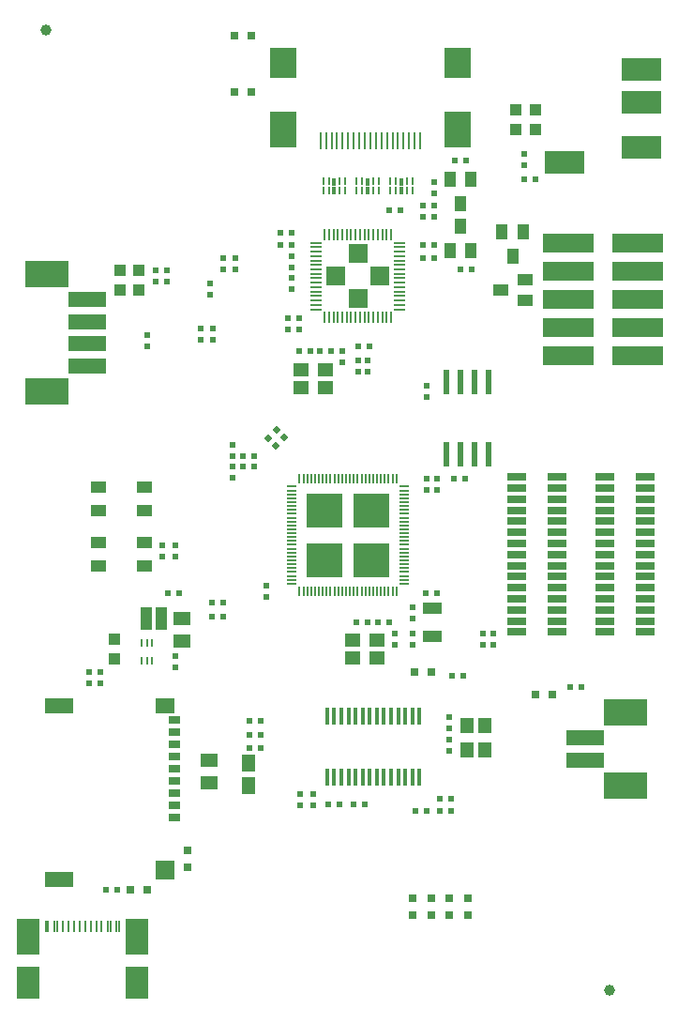
<source format=gbr>
%TF.GenerationSoftware,KiCad,Pcbnew,7.0.9-7.0.9~ubuntu22.04.1*%
%TF.CreationDate,2026-01-29T14:23:21+02:00*%
%TF.ProjectId,ESP32-P4-PC_Rev_B,45535033-322d-4503-942d-50435f526576,B*%
%TF.SameCoordinates,PX80befc0PY7459280*%
%TF.FileFunction,Paste,Top*%
%TF.FilePolarity,Positive*%
%FSLAX46Y46*%
G04 Gerber Fmt 4.6, Leading zero omitted, Abs format (unit mm)*
G04 Created by KiCad (PCBNEW 7.0.9-7.0.9~ubuntu22.04.1) date 2026-01-29 14:23:21*
%MOMM*%
%LPD*%
G01*
G04 APERTURE LIST*
G04 Aperture macros list*
%AMRotRect*
0 Rectangle, with rotation*
0 The origin of the aperture is its center*
0 $1 length*
0 $2 width*
0 $3 Rotation angle, in degrees counterclockwise*
0 Add horizontal line*
21,1,$1,$2,0,0,$3*%
%AMOutline4P*
0 Free polygon, 4 corners , with rotation*
0 The origin of the aperture is its center*
0 number of corners: always 4*
0 $1 to $8 corner X, Y*
0 $9 Rotation angle, in degrees counterclockwise*
0 create outline with 4 corners*
4,1,4,$1,$2,$3,$4,$5,$6,$7,$8,$1,$2,$9*%
G04 Aperture macros list end*
%ADD10R,0.280000X1.130000*%
%ADD11R,0.230000X1.130000*%
%ADD12R,1.100000X2.000000*%
%ADD13R,1.100000X2.200000*%
%ADD14R,2.100000X3.000000*%
%ADD15R,2.100000X3.200000*%
%ADD16R,0.550000X0.500000*%
%ADD17R,1.000000X1.400000*%
%ADD18R,0.500000X0.550000*%
%ADD19R,1.750000X0.740000*%
%ADD20R,2.400000X2.800000*%
%ADD21R,2.400000X3.200000*%
%ADD22R,0.230000X1.580000*%
%ADD23R,0.800000X0.800000*%
%ADD24R,1.400000X1.000000*%
%ADD25R,1.524000X1.270000*%
%ADD26R,1.016000X1.016000*%
%ADD27R,1.400000X1.200000*%
%ADD28Outline4P,-0.850000X-2.275000X0.850000X-2.275000X0.850000X2.275000X-0.850000X2.275000X270.000000*%
%ADD29R,1.800000X1.000000*%
%ADD30RotRect,0.500000X0.550000X315.000000*%
%ADD31RotRect,0.500000X0.550000X135.000000*%
%ADD32R,3.300000X3.100000*%
%ADD33R,0.850000X0.175000*%
%ADD34R,0.900000X0.175000*%
%ADD35R,0.175000X0.850000*%
%ADD36R,0.175000X0.900000*%
%ADD37R,0.200000X0.675000*%
%ADD38R,0.300000X0.775000*%
%ADD39R,0.320000X1.500000*%
%ADD40R,3.900000X2.400000*%
%ADD41R,3.400000X1.400000*%
%ADD42C,1.000000*%
%ADD43R,0.600000X2.200000*%
%ADD44R,0.230000X0.750000*%
%ADD45R,0.211000X1.000000*%
%ADD46R,1.000000X0.211000*%
%ADD47R,1.700000X1.700000*%
%ADD48R,1.200000X1.400000*%
%ADD49R,1.800000X1.800000*%
%ADD50R,1.800000X1.400000*%
%ADD51R,2.600000X1.400000*%
%ADD52R,1.100000X0.700000*%
%ADD53R,1.270000X1.524000*%
%ADD54R,3.600000X2.100000*%
G04 APERTURE END LIST*
D10*
%TO.C,USB-Serial/JTAG1*%
X3425000Y7432000D03*
X4225000Y7432000D03*
D11*
X4750000Y7432000D03*
X5750000Y7432000D03*
X7250000Y7432000D03*
X8250000Y7432000D03*
D10*
X8775000Y7432000D03*
X9575000Y7432000D03*
X9825000Y7432000D03*
X9025000Y7432000D03*
D11*
X7750000Y7432000D03*
X6750000Y7432000D03*
X6250000Y7432000D03*
X5250000Y7432000D03*
D10*
X3975000Y7432000D03*
X3175000Y7432000D03*
D12*
X1572400Y2350000D03*
X11427600Y2350000D03*
D13*
X1572400Y6530000D03*
X11427600Y6530000D03*
D14*
X1572400Y2350000D03*
X11427600Y2350000D03*
D15*
X1572400Y6530000D03*
X11427600Y6530000D03*
%TD*%
D16*
%TO.C,C73*%
X39625000Y25353000D03*
X39625000Y26369000D03*
%TD*%
D17*
%TO.C,FET7*%
X41590960Y74847440D03*
X39688500Y74847440D03*
X40643540Y72637640D03*
%TD*%
D18*
%TO.C,R86*%
X40641000Y66755000D03*
X41657000Y66755000D03*
%TD*%
D19*
%TO.C,MIPI-CSI1*%
X45675000Y34000000D03*
X49325000Y34000000D03*
X45675000Y35000000D03*
X49325000Y35000000D03*
X45675000Y36000000D03*
X49325000Y36000000D03*
X45675000Y37000000D03*
X49325000Y37000000D03*
X45675000Y38000000D03*
X49325000Y38000000D03*
X45675000Y39000000D03*
X49325000Y39000000D03*
X45675000Y40000000D03*
X49325000Y40000000D03*
X45675000Y41000000D03*
X49325000Y41000000D03*
X45675000Y42000000D03*
X49325000Y42000000D03*
X45675000Y43000000D03*
X49325000Y43000000D03*
X45675000Y44000000D03*
X49325000Y44000000D03*
X45675000Y45000000D03*
X49325000Y45000000D03*
X45675000Y46000000D03*
X49325000Y46000000D03*
X45675000Y47000000D03*
X49325000Y47000000D03*
X45675000Y48000000D03*
X49325000Y48000000D03*
%TD*%
D20*
%TO.C,HDMI1*%
X24650000Y85350000D03*
D21*
X24650000Y79300000D03*
D20*
X40350000Y85350000D03*
D21*
X40350000Y79300000D03*
D22*
X28000000Y78350000D03*
X28500000Y78350000D03*
X29000000Y78350000D03*
X29500000Y78350000D03*
X30000000Y78350000D03*
X30500000Y78350000D03*
X31000000Y78350000D03*
X31500000Y78350000D03*
X32000000Y78350000D03*
X32500000Y78350000D03*
X33000000Y78350000D03*
X33500000Y78350000D03*
X34000000Y78350000D03*
X34500000Y78350000D03*
X35000000Y78350000D03*
X35500000Y78350000D03*
X36000000Y78350000D03*
X36500000Y78350000D03*
X37000000Y78350000D03*
%TD*%
D23*
%TO.C,USER_LED1*%
X36450000Y30433000D03*
X37974000Y30433000D03*
%TD*%
D16*
%TO.C,C28*%
X20067000Y48975000D03*
X20067000Y47959000D03*
%TD*%
D23*
%TO.C,LED_LINK1*%
X20194000Y87837000D03*
X21718000Y87837000D03*
%TD*%
D16*
%TO.C,C38*%
X37593000Y56214000D03*
X37593000Y55198000D03*
%TD*%
D18*
%TO.C,C114*%
X26036000Y59389000D03*
X27052000Y59389000D03*
%TD*%
D24*
%TO.C,BOOT1*%
X7925000Y42075000D03*
X7925000Y39925000D03*
X12075000Y42075000D03*
X12075000Y39925000D03*
%TD*%
D18*
%TO.C,R64*%
X47372000Y74883000D03*
X46356000Y74883000D03*
%TD*%
D16*
%TO.C,R21*%
X18035000Y65485000D03*
X18035000Y64469000D03*
%TD*%
D18*
%TO.C,R74*%
X36577000Y17860000D03*
X37593000Y17860000D03*
%TD*%
%TO.C,R94*%
X7113000Y30433000D03*
X8129000Y30433000D03*
%TD*%
D23*
%TO.C,LED_HOST3*%
X39625000Y8462000D03*
X39625000Y9986000D03*
%TD*%
D18*
%TO.C,R12*%
X21591000Y24718000D03*
X22607000Y24718000D03*
%TD*%
D16*
%TO.C,C107*%
X26036000Y62310000D03*
X26036000Y61294000D03*
%TD*%
D18*
%TO.C,R26*%
X20956000Y49864000D03*
X21972000Y49864000D03*
%TD*%
D12*
%TO.C,L4*%
X12255000Y35259000D03*
X13655000Y35259000D03*
%TD*%
D25*
%TO.C,C14*%
X17908000Y20400000D03*
X17908000Y22432000D03*
%TD*%
D26*
%TO.C,C35*%
X9399000Y33354000D03*
X9399000Y31576000D03*
%TD*%
D27*
%TO.C,Q6*%
X28406000Y57649000D03*
X26206000Y56049000D03*
X28406000Y56049000D03*
X26206000Y57649000D03*
%TD*%
D16*
%TO.C,R85*%
X31370000Y57484000D03*
X31370000Y58500000D03*
%TD*%
D27*
%TO.C,Q3*%
X33105000Y33265000D03*
X30905000Y31665000D03*
X33105000Y31665000D03*
X30905000Y33265000D03*
%TD*%
D16*
%TO.C,R69*%
X27306000Y19384000D03*
X27306000Y18368000D03*
%TD*%
D17*
%TO.C,FET8*%
X39691040Y68441560D03*
X41593500Y68441560D03*
X40638460Y70651360D03*
%TD*%
D18*
%TO.C,R87*%
X28957000Y59389000D03*
X27941000Y59389000D03*
%TD*%
D16*
%TO.C,C1*%
X36323000Y32846000D03*
X36323000Y33862000D03*
%TD*%
%TO.C,R84*%
X38228000Y72470000D03*
X38228000Y71454000D03*
%TD*%
D23*
%TO.C,LED_ACT1*%
X20194000Y82757000D03*
X21718000Y82757000D03*
%TD*%
D18*
%TO.C,R48*%
X41022000Y47832000D03*
X40006000Y47832000D03*
%TD*%
D16*
%TO.C,C72*%
X39625000Y24337000D03*
X39625000Y23321000D03*
%TD*%
D28*
%TO.C,UEXT1*%
X56625000Y69080000D03*
X50375000Y69080000D03*
X56625000Y66540000D03*
X50375000Y66540000D03*
X56625000Y64000000D03*
X50375000Y64000000D03*
X56625000Y61460000D03*
X50375000Y61460000D03*
X56625000Y58920000D03*
X50375000Y58920000D03*
%TD*%
D29*
%TO.C,Q1*%
X38101000Y33628000D03*
X38101000Y36128000D03*
%TD*%
D18*
%TO.C,C106*%
X32386000Y59770000D03*
X31370000Y59770000D03*
%TD*%
D30*
%TO.C,R15*%
X23982210Y50774790D03*
D31*
X23263790Y51493210D03*
%TD*%
D16*
%TO.C,C113*%
X29973000Y58373000D03*
X29973000Y59389000D03*
%TD*%
D23*
%TO.C,LED_HOST4*%
X41276000Y8462000D03*
X41276000Y9986000D03*
%TD*%
D32*
%TO.C,U1*%
X28331000Y40502000D03*
X32631000Y40502000D03*
X28331000Y45002000D03*
X32631000Y45002000D03*
D33*
X35556000Y38377000D03*
D34*
X35531000Y38727000D03*
X35531000Y39077000D03*
X35531000Y39427000D03*
X35531000Y39777000D03*
X35531000Y40127000D03*
X35531000Y40477000D03*
X35531000Y40827000D03*
X35531000Y41177000D03*
X35531000Y41527000D03*
X35531000Y41877000D03*
X35531000Y42227000D03*
X35531000Y42577000D03*
X35531000Y42927000D03*
X35531000Y43277000D03*
X35531000Y43627000D03*
X35531000Y43977000D03*
X35531000Y44327000D03*
X35531000Y44677000D03*
X35531000Y45027000D03*
X35531000Y45377000D03*
X35531000Y45727000D03*
X35531000Y46077000D03*
X35531000Y46427000D03*
X35531000Y46777000D03*
D33*
X35556000Y47127000D03*
D35*
X34856000Y47827000D03*
D36*
X34506000Y47802000D03*
X34156000Y47802000D03*
X33806000Y47802000D03*
X33456000Y47802000D03*
X33106000Y47802000D03*
X32756000Y47802000D03*
X32406000Y47802000D03*
X32056000Y47802000D03*
X31706000Y47802000D03*
X31356000Y47802000D03*
X31006000Y47802000D03*
X30656000Y47802000D03*
X30306000Y47802000D03*
X29956000Y47802000D03*
X29606000Y47802000D03*
X29256000Y47802000D03*
X28906000Y47802000D03*
X28556000Y47802000D03*
X28206000Y47802000D03*
X27856000Y47802000D03*
X27506000Y47802000D03*
X27156000Y47802000D03*
X26806000Y47802000D03*
X26456000Y47802000D03*
D35*
X26106000Y47827000D03*
D33*
X25406000Y47127000D03*
D34*
X25431000Y46777000D03*
X25431000Y46427000D03*
X25431000Y46077000D03*
X25431000Y45727000D03*
X25431000Y45377000D03*
X25431000Y45027000D03*
X25431000Y44677000D03*
X25431000Y44327000D03*
X25431000Y43977000D03*
X25431000Y43627000D03*
X25431000Y43277000D03*
X25431000Y42927000D03*
X25431000Y42577000D03*
X25431000Y42227000D03*
X25431000Y41877000D03*
X25431000Y41527000D03*
X25431000Y41177000D03*
X25431000Y40827000D03*
X25431000Y40477000D03*
X25431000Y40127000D03*
X25431000Y39777000D03*
X25431000Y39427000D03*
X25431000Y39077000D03*
X25431000Y38727000D03*
D33*
X25406000Y38377000D03*
D35*
X26106000Y37677000D03*
D36*
X26456000Y37702000D03*
X26806000Y37702000D03*
X27156000Y37702000D03*
X27506000Y37702000D03*
X27856000Y37702000D03*
X28206000Y37702000D03*
X28556000Y37702000D03*
X28906000Y37702000D03*
X29256000Y37702000D03*
X29606000Y37702000D03*
X29956000Y37702000D03*
X30306000Y37702000D03*
X30656000Y37702000D03*
X31006000Y37702000D03*
X31356000Y37702000D03*
X31706000Y37702000D03*
X32056000Y37702000D03*
X32406000Y37702000D03*
X32756000Y37702000D03*
X33106000Y37702000D03*
X33456000Y37702000D03*
X33806000Y37702000D03*
X34156000Y37702000D03*
X34506000Y37702000D03*
D35*
X34856000Y37677000D03*
%TD*%
D18*
%TO.C,R46*%
X19178000Y35386000D03*
X18162000Y35386000D03*
%TD*%
D23*
%TO.C,LED_HOST2*%
X37974000Y8462000D03*
X37974000Y9986000D03*
%TD*%
D37*
%TO.C,U9*%
X28248000Y73810500D03*
X28748000Y73810500D03*
D38*
X29248000Y73860500D03*
D37*
X29748000Y73810500D03*
X30248000Y73810500D03*
X30248000Y74685500D03*
X29748000Y74685500D03*
D38*
X29248000Y74635500D03*
D37*
X28748000Y74685500D03*
X28248000Y74685500D03*
%TD*%
D16*
%TO.C,C29*%
X43562000Y33862000D03*
X43562000Y32846000D03*
%TD*%
D26*
%TO.C,C16*%
X9907000Y64850000D03*
X9907000Y66628000D03*
%TD*%
D19*
%TO.C,MIPI-DSI1*%
X53675000Y34000000D03*
X57325000Y34000000D03*
X53675000Y35000000D03*
X57325000Y35000000D03*
X53675000Y36000000D03*
X57325000Y36000000D03*
X53675000Y37000000D03*
X57325000Y37000000D03*
X53675000Y38000000D03*
X57325000Y38000000D03*
X53675000Y39000000D03*
X57325000Y39000000D03*
X53675000Y40000000D03*
X57325000Y40000000D03*
X53675000Y41000000D03*
X57325000Y41000000D03*
X53675000Y42000000D03*
X57325000Y42000000D03*
X53675000Y43000000D03*
X57325000Y43000000D03*
X53675000Y44000000D03*
X57325000Y44000000D03*
X53675000Y45000000D03*
X57325000Y45000000D03*
X53675000Y46000000D03*
X57325000Y46000000D03*
X53675000Y47000000D03*
X57325000Y47000000D03*
X53675000Y48000000D03*
X57325000Y48000000D03*
%TD*%
D39*
%TO.C,U7*%
X36927000Y26408000D03*
X36287000Y26408000D03*
X35647000Y26408000D03*
X35007000Y26408000D03*
X34367000Y26408000D03*
X33727000Y26408000D03*
X33087000Y26408000D03*
X32447000Y26408000D03*
X31807000Y26408000D03*
X31167000Y26408000D03*
X30527000Y26408000D03*
X29887000Y26408000D03*
X29247000Y26408000D03*
X28607000Y26408000D03*
X28607000Y20908000D03*
X29247000Y20908000D03*
X29887000Y20908000D03*
X30527000Y20908000D03*
X31167000Y20908000D03*
X31807000Y20908000D03*
X32447000Y20908000D03*
X33087000Y20908000D03*
X33727000Y20908000D03*
X34367000Y20908000D03*
X35007000Y20908000D03*
X35647000Y20908000D03*
X36287000Y20908000D03*
X36927000Y20908000D03*
%TD*%
D16*
%TO.C,R63*%
X46356000Y76153000D03*
X46356000Y77169000D03*
%TD*%
D18*
%TO.C,R73*%
X38736000Y19003000D03*
X39752000Y19003000D03*
%TD*%
D16*
%TO.C,R88*%
X37212000Y72470000D03*
X37212000Y71454000D03*
%TD*%
%TO.C,R8*%
X20321000Y67771000D03*
X20321000Y66755000D03*
%TD*%
%TO.C,R47*%
X14860000Y30814000D03*
X14860000Y31830000D03*
%TD*%
D40*
%TO.C,BAT1*%
X55509000Y20148000D03*
D41*
X51884000Y22448000D03*
X51884000Y24448000D03*
D40*
X55509000Y26748000D03*
%TD*%
D37*
%TO.C,U10*%
X31259000Y73810500D03*
X31759000Y73810500D03*
D38*
X32259000Y73860500D03*
D37*
X32759000Y73810500D03*
X33259000Y73810500D03*
X33259000Y74685500D03*
X32759000Y74685500D03*
D38*
X32259000Y74635500D03*
D37*
X31759000Y74685500D03*
X31259000Y74685500D03*
%TD*%
D18*
%TO.C,R76*%
X38228000Y67771000D03*
X37212000Y67771000D03*
%TD*%
D16*
%TO.C,C105*%
X32259000Y57484000D03*
X32259000Y58500000D03*
%TD*%
D18*
%TO.C,C95*%
X34164000Y72089000D03*
X35180000Y72089000D03*
%TD*%
D16*
%TO.C,C30*%
X42673000Y33862000D03*
X42673000Y32846000D03*
%TD*%
%TO.C,C21*%
X12320000Y59770000D03*
X12320000Y60786000D03*
%TD*%
D42*
%TO.C,FID2*%
X3176000Y88345000D03*
%TD*%
D43*
%TO.C,U3*%
X39371000Y50058000D03*
X40641000Y50058000D03*
X41911000Y50058000D03*
X43181000Y50058000D03*
X43181000Y56528000D03*
X41911000Y56528000D03*
X40641000Y56528000D03*
X39371000Y56528000D03*
%TD*%
D18*
%TO.C,R72*%
X38736000Y17860000D03*
X39752000Y17860000D03*
%TD*%
D16*
%TO.C,C27*%
X20067000Y49864000D03*
X20067000Y50880000D03*
%TD*%
D24*
%TO.C,RST1*%
X7925000Y47075000D03*
X7925000Y44925000D03*
X12075000Y47075000D03*
X12075000Y44925000D03*
%TD*%
D18*
%TO.C,C45*%
X31243000Y34878000D03*
X32259000Y34878000D03*
%TD*%
%TO.C,R83*%
X41149000Y76534000D03*
X40133000Y76534000D03*
%TD*%
D16*
%TO.C,C19*%
X13082000Y66628000D03*
X13082000Y65612000D03*
%TD*%
D23*
%TO.C,PWR1*%
X12320000Y10748000D03*
X10796000Y10748000D03*
%TD*%
D18*
%TO.C,R16*%
X22607000Y23575000D03*
X21591000Y23575000D03*
%TD*%
D44*
%TO.C,U5*%
X11820000Y31436000D03*
X12320000Y31436000D03*
X12820000Y31436000D03*
X11820000Y32986000D03*
X12320000Y32986000D03*
X12820000Y32986000D03*
%TD*%
D25*
%TO.C,C65*%
X15495000Y35259000D03*
X15495000Y33227000D03*
%TD*%
D16*
%TO.C,C6*%
X38482000Y46816000D03*
X38482000Y47832000D03*
%TD*%
D45*
%TO.C,U12*%
X28370000Y62370000D03*
X28770000Y62370000D03*
X29170000Y62370000D03*
X29570000Y62370000D03*
X29970000Y62370000D03*
X30370000Y62370000D03*
X30770000Y62370000D03*
X31170000Y62370000D03*
X31570000Y62370000D03*
X31970000Y62370000D03*
X32370000Y62370000D03*
X32770000Y62370000D03*
X33170000Y62370000D03*
X33570000Y62370000D03*
X33970000Y62370000D03*
X34370000Y62370000D03*
D46*
X27620000Y63120000D03*
X35120000Y63120000D03*
X27620000Y63520000D03*
X35120000Y63520000D03*
X27620000Y63920000D03*
X35120000Y63920000D03*
D47*
X31370000Y64120000D03*
D46*
X27620000Y64320000D03*
X35120000Y64320000D03*
X27620000Y64720000D03*
X35120000Y64720000D03*
X27620000Y65120000D03*
X35120000Y65120000D03*
X27620000Y65520000D03*
X35120000Y65520000D03*
X27620000Y65920000D03*
X35120000Y65920000D03*
D47*
X29370000Y66120000D03*
X33370000Y66120000D03*
D46*
X27620000Y66320000D03*
X35120000Y66320000D03*
X27620000Y66720000D03*
X35120000Y66720000D03*
X27620000Y67120000D03*
X35120000Y67120000D03*
X27620000Y67520000D03*
X35120000Y67520000D03*
X27620000Y67920000D03*
X35120000Y67920000D03*
D47*
X31370000Y68120000D03*
D46*
X27620000Y68320000D03*
X35120000Y68320000D03*
X27620000Y68720000D03*
X35120000Y68720000D03*
X27620000Y69120000D03*
X35120000Y69120000D03*
D45*
X28370000Y69870000D03*
X28770000Y69870000D03*
X29170000Y69870000D03*
X29570000Y69870000D03*
X29970000Y69870000D03*
X30370000Y69870000D03*
X30770000Y69870000D03*
X31170000Y69870000D03*
X31570000Y69870000D03*
X31970000Y69870000D03*
X32370000Y69870000D03*
X32770000Y69870000D03*
X33170000Y69870000D03*
X33570000Y69870000D03*
X33970000Y69870000D03*
X34370000Y69870000D03*
%TD*%
D18*
%TO.C,R36*%
X8129000Y29417000D03*
X7113000Y29417000D03*
%TD*%
%TO.C,R65*%
X37212000Y68914000D03*
X38228000Y68914000D03*
%TD*%
D24*
%TO.C,FET4*%
X46447440Y63900040D03*
X46447440Y65802500D03*
X44237640Y64847460D03*
%TD*%
D18*
%TO.C,C2*%
X38482000Y37545000D03*
X37466000Y37545000D03*
%TD*%
%TO.C,R11*%
X21591000Y25988000D03*
X22607000Y25988000D03*
%TD*%
D48*
%TO.C,Q4*%
X42838000Y23364000D03*
X41238000Y25564000D03*
X41238000Y23364000D03*
X42838000Y25564000D03*
%TD*%
D49*
%TO.C,MICRO_SD1*%
X13970000Y12550000D03*
D50*
X13970000Y27350000D03*
D51*
X4370000Y11650000D03*
X4370000Y27350000D03*
D52*
X14850000Y17250000D03*
X14850000Y18350000D03*
X14850000Y19450000D03*
X14850000Y20550000D03*
X14850000Y21650000D03*
X14850000Y22750000D03*
X14850000Y23850000D03*
X14850000Y24950000D03*
X14850000Y26050000D03*
%TD*%
D16*
%TO.C,R70*%
X26163000Y19384000D03*
X26163000Y18368000D03*
%TD*%
%TO.C,R75*%
X38228000Y73613000D03*
X38228000Y74629000D03*
%TD*%
D53*
%TO.C,L1*%
X21464000Y20146000D03*
X21464000Y22178000D03*
%TD*%
D54*
%TO.C,HEADSETS1*%
X57000000Y84750000D03*
X57000000Y81750000D03*
X57000000Y77750000D03*
X50000000Y76350000D03*
%TD*%
D30*
%TO.C,R14*%
X24744210Y51536790D03*
D31*
X24025790Y52255210D03*
%TD*%
D40*
%TO.C,POE_PWR1*%
X3275000Y55700000D03*
D41*
X6900000Y58000000D03*
X6900000Y60000000D03*
X6900000Y62000000D03*
X6900000Y64000000D03*
D40*
X3275000Y66300000D03*
%TD*%
D23*
%TO.C,CHARGE1*%
X48896000Y28401000D03*
X47372000Y28401000D03*
%TD*%
D18*
%TO.C,C62*%
X19178000Y36656000D03*
X18162000Y36656000D03*
%TD*%
D26*
%TO.C,C102*%
X47372000Y81106000D03*
X45594000Y81106000D03*
%TD*%
D16*
%TO.C,R7*%
X19178000Y67771000D03*
X19178000Y66755000D03*
%TD*%
%TO.C,C60*%
X13717000Y41863000D03*
X13717000Y40847000D03*
%TD*%
%TO.C,C18*%
X14098000Y66628000D03*
X14098000Y65612000D03*
%TD*%
D18*
%TO.C,R32*%
X34164000Y34878000D03*
X33148000Y34878000D03*
%TD*%
D23*
%TO.C,ACT/SUS1*%
X16003000Y14304000D03*
X16003000Y12780000D03*
%TD*%
D37*
%TO.C,U11*%
X34307000Y73810500D03*
X34807000Y73810500D03*
D38*
X35307000Y73860500D03*
D37*
X35807000Y73810500D03*
X36307000Y73810500D03*
X36307000Y74685500D03*
X35807000Y74685500D03*
D38*
X35307000Y74635500D03*
D37*
X34807000Y74685500D03*
X34307000Y74685500D03*
%TD*%
D16*
%TO.C,C7*%
X37593000Y46816000D03*
X37593000Y47832000D03*
%TD*%
D18*
%TO.C,R42*%
X14225000Y37545000D03*
X15241000Y37545000D03*
%TD*%
D16*
%TO.C,R9*%
X17146000Y61421000D03*
X17146000Y60405000D03*
%TD*%
%TO.C,R10*%
X18289000Y61421000D03*
X18289000Y60405000D03*
%TD*%
%TO.C,R43*%
X14860000Y40847000D03*
X14860000Y41863000D03*
%TD*%
D18*
%TO.C,R91*%
X50547000Y29036000D03*
X51563000Y29036000D03*
%TD*%
D16*
%TO.C,C52*%
X23115000Y37164000D03*
X23115000Y38180000D03*
%TD*%
D26*
%TO.C,C15*%
X11558000Y64850000D03*
X11558000Y66628000D03*
%TD*%
D16*
%TO.C,R13*%
X36323000Y35259000D03*
X36323000Y36275000D03*
%TD*%
D18*
%TO.C,R4*%
X40895000Y30052000D03*
X39879000Y30052000D03*
%TD*%
D23*
%TO.C,LED_HOST1*%
X36323000Y8462000D03*
X36323000Y9986000D03*
%TD*%
D16*
%TO.C,C44*%
X34672000Y32846000D03*
X34672000Y33862000D03*
%TD*%
D18*
%TO.C,C91*%
X28703000Y18495000D03*
X29719000Y18495000D03*
%TD*%
D16*
%TO.C,C109*%
X25401000Y64977000D03*
X25401000Y65993000D03*
%TD*%
D18*
%TO.C,R25*%
X20956000Y48975000D03*
X21972000Y48975000D03*
%TD*%
%TO.C,C67*%
X30989000Y18495000D03*
X32005000Y18495000D03*
%TD*%
%TO.C,C112*%
X24385000Y70057000D03*
X25401000Y70057000D03*
%TD*%
D16*
%TO.C,C108*%
X25020000Y62310000D03*
X25020000Y61294000D03*
%TD*%
D26*
%TO.C,C103*%
X47372000Y79328000D03*
X45594000Y79328000D03*
%TD*%
D16*
%TO.C,C110*%
X25401000Y67898000D03*
X25401000Y66882000D03*
%TD*%
D18*
%TO.C,C111*%
X24385000Y68914000D03*
X25401000Y68914000D03*
%TD*%
D42*
%TO.C,FID4*%
X54103000Y1731000D03*
%TD*%
D17*
%TO.C,FET3*%
X46289960Y70148440D03*
X44387500Y70148440D03*
X45342540Y67938640D03*
%TD*%
D18*
%TO.C,R39*%
X9653000Y10748000D03*
X8637000Y10748000D03*
%TD*%
M02*

</source>
